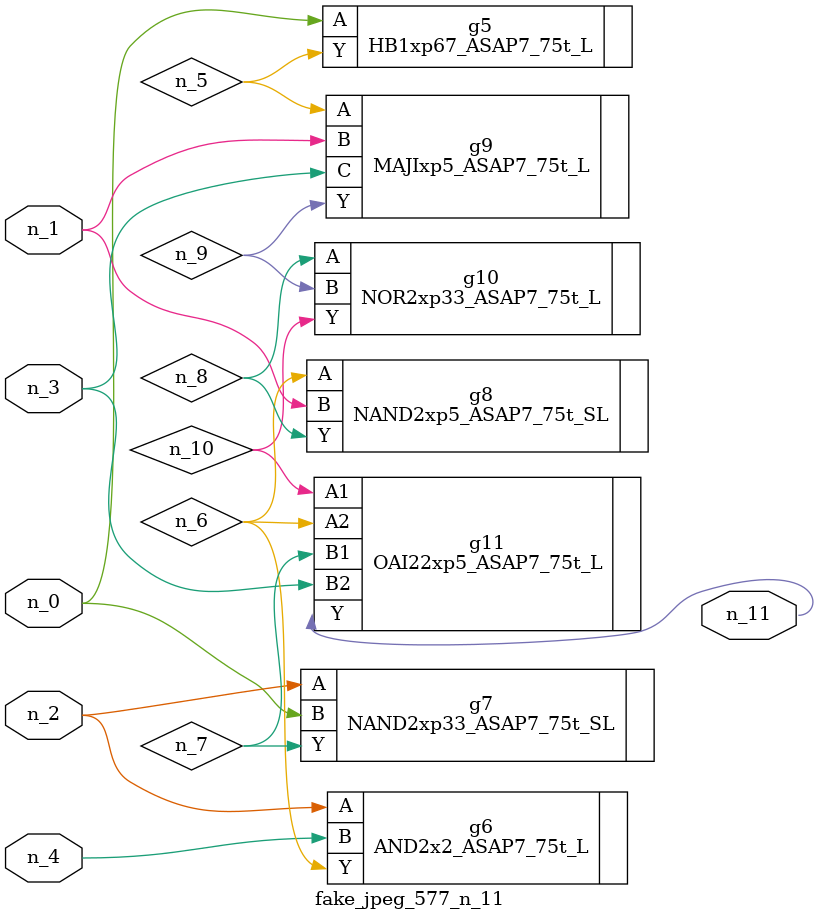
<source format=v>
module fake_jpeg_577_n_11 (n_3, n_2, n_1, n_0, n_4, n_11);

input n_3;
input n_2;
input n_1;
input n_0;
input n_4;

output n_11;

wire n_10;
wire n_8;
wire n_9;
wire n_6;
wire n_5;
wire n_7;

HB1xp67_ASAP7_75t_L g5 ( 
.A(n_0),
.Y(n_5)
);

AND2x2_ASAP7_75t_L g6 ( 
.A(n_2),
.B(n_4),
.Y(n_6)
);

NAND2xp33_ASAP7_75t_SL g7 ( 
.A(n_2),
.B(n_0),
.Y(n_7)
);

NAND2xp5_ASAP7_75t_SL g8 ( 
.A(n_6),
.B(n_1),
.Y(n_8)
);

NOR2xp33_ASAP7_75t_L g10 ( 
.A(n_8),
.B(n_9),
.Y(n_10)
);

MAJIxp5_ASAP7_75t_L g9 ( 
.A(n_5),
.B(n_1),
.C(n_3),
.Y(n_9)
);

OAI22xp5_ASAP7_75t_L g11 ( 
.A1(n_10),
.A2(n_6),
.B1(n_7),
.B2(n_3),
.Y(n_11)
);


endmodule
</source>
